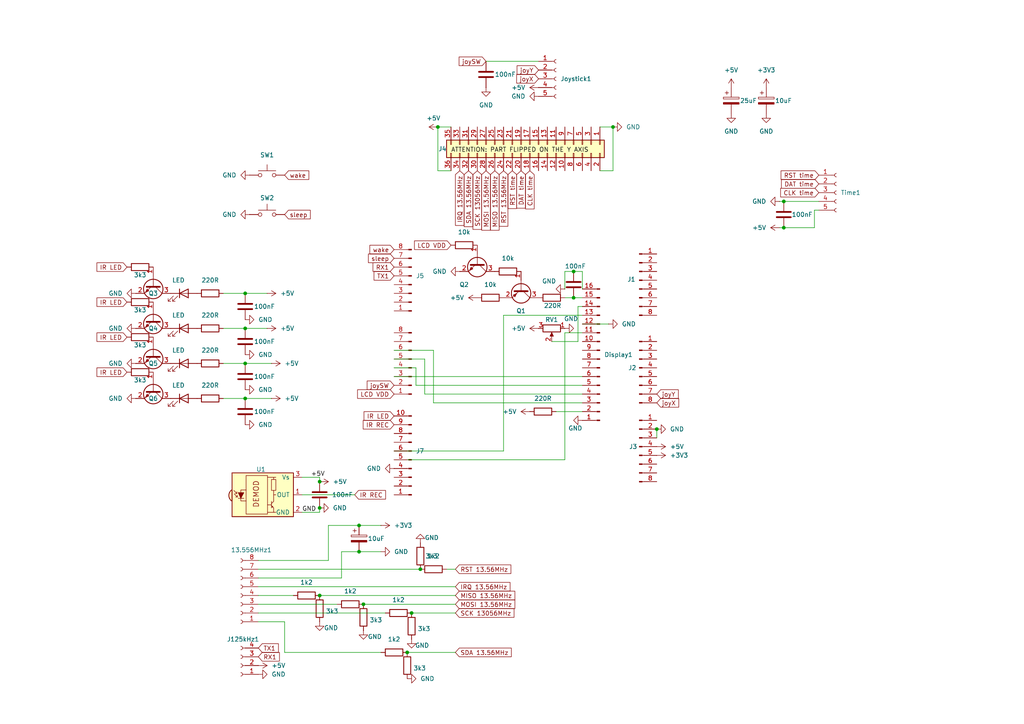
<source format=kicad_sch>
(kicad_sch (version 20250114) (generator "eeschema") (generator_version "9.0")
  (paper "A4")
  (lib_symbols
    (symbol "Connector:Conn_01x04_Socket" (pin_names (offset 1.016) (hide yes))
      (property "Reference" "J" (at 0 5.08 0))
      (property "Value" "Conn_01x04_Socket" (at 0 -7.62 0))
      (symbol "Conn_01x04_Socket_1_1"
        (pin passive line (at -5.08 2.54 0) (length 3.81) (name "Pin_1") (number "1"))
        (pin passive line (at -5.08 0 0) (length 3.81) (name "Pin_2") (number "2"))
        (pin passive line (at -5.08 -2.54 0) (length 3.81) (name "Pin_3") (number "3"))
        (pin passive line (at -5.08 -5.08 0) (length 3.81) (name "Pin_4") (number "4"))
      )
    )
    (symbol "Connector:Conn_01x05_Socket" (pin_names (offset 1.016) (hide yes))
      (property "Reference" "J" (at 0 7.62 0))
      (property "Value" "Conn_01x05_Socket" (at 0 -7.62 0))
      (symbol "Conn_01x05_Socket_1_1"
        (pin passive line (at -5.08 5.08 0) (length 3.81) (name "Pin_1") (number "1"))
        (pin passive line (at -5.08 2.54 0) (length 3.81) (name "Pin_2") (number "2"))
        (pin passive line (at -5.08 0 0) (length 3.81) (name "Pin_3") (number "3"))
        (pin passive line (at -5.08 -2.54 0) (length 3.81) (name "Pin_4") (number "4"))
        (pin passive line (at -5.08 -5.08 0) (length 3.81) (name "Pin_5") (number "5"))
      )
    )
    (symbol "Connector:Conn_01x08_Pin" (pin_names (offset 1.016) (hide yes))
      (property "Reference" "J" (at 0 10.16 0))
      (property "Value" "Conn_01x08_Pin" (at 0 -12.7 0))
      (symbol "Conn_01x08_Pin_1_1"
        (pin passive line (at 5.08 7.62 180) (length 3.81) (name "Pin_1") (number "1"))
        (pin passive line (at 5.08 5.08 180) (length 3.81) (name "Pin_2") (number "2"))
        (pin passive line (at 5.08 2.54 180) (length 3.81) (name "Pin_3") (number "3"))
        (pin passive line (at 5.08 0 180) (length 3.81) (name "Pin_4") (number "4"))
        (pin passive line (at 5.08 -2.54 180) (length 3.81) (name "Pin_5") (number "5"))
        (pin passive line (at 5.08 -5.08 180) (length 3.81) (name "Pin_6") (number "6"))
        (pin passive line (at 5.08 -7.62 180) (length 3.81) (name "Pin_7") (number "7"))
        (pin passive line (at 5.08 -10.16 180) (length 3.81) (name "Pin_8") (number "8"))
      )
    )
    (symbol "Connector:Conn_01x08_Socket" (pin_names (offset 1.016) (hide yes))
      (property "Reference" "J" (at 0 10.16 0))
      (property "Value" "Conn_01x08_Socket" (at 0 -12.7 0))
      (symbol "Conn_01x08_Socket_1_1"
        (pin passive line (at -5.08 7.62 0) (length 3.81) (name "Pin_1") (number "1"))
        (pin passive line (at -5.08 5.08 0) (length 3.81) (name "Pin_2") (number "2"))
        (pin passive line (at -5.08 2.54 0) (length 3.81) (name "Pin_3") (number "3"))
        (pin passive line (at -5.08 0 0) (length 3.81) (name "Pin_4") (number "4"))
        (pin passive line (at -5.08 -2.54 0) (length 3.81) (name "Pin_5") (number "5"))
        (pin passive line (at -5.08 -5.08 0) (length 3.81) (name "Pin_6") (number "6"))
        (pin passive line (at -5.08 -7.62 0) (length 3.81) (name "Pin_7") (number "7"))
        (pin passive line (at -5.08 -10.16 0) (length 3.81) (name "Pin_8") (number "8"))
      )
    )
    (symbol "Connector:Conn_01x10_Pin" (pin_names (offset 1.016) (hide yes))
      (property "Reference" "J" (at 0 12.7 0))
      (property "Value" "Conn_01x10_Pin" (at 0 -15.24 0))
      (symbol "Conn_01x10_Pin_1_1"
        (pin passive line (at 5.08 10.16 180) (length 3.81) (name "Pin_1") (number "1"))
        (pin passive line (at 5.08 7.62 180) (length 3.81) (name "Pin_2") (number "2"))
        (pin passive line (at 5.08 5.08 180) (length 3.81) (name "Pin_3") (number "3"))
        (pin passive line (at 5.08 2.54 180) (length 3.81) (name "Pin_4") (number "4"))
        (pin passive line (at 5.08 0 180) (length 3.81) (name "Pin_5") (number "5"))
        (pin passive line (at 5.08 -2.54 180) (length 3.81) (name "Pin_6") (number "6"))
        (pin passive line (at 5.08 -5.08 180) (length 3.81) (name "Pin_7") (number "7"))
        (pin passive line (at 5.08 -7.62 180) (length 3.81) (name "Pin_8") (number "8"))
        (pin passive line (at 5.08 -10.16 180) (length 3.81) (name "Pin_9") (number "9"))
        (pin passive line (at 5.08 -12.7 180) (length 3.81) (name "Pin_10") (number "10"))
      )
    )
    (symbol "Connector:Conn_01x16_Pin" (pin_names (offset 1.016) (hide yes))
      (property "Reference" "J" (at 0 20.32 0))
      (property "Value" "Conn_01x16_Pin" (at 0 -22.86 0))
      (symbol "Conn_01x16_Pin_1_1"
        (pin passive line (at 5.08 17.78 180) (length 3.81) (name "Pin_1") (number "1"))
        (pin passive line (at 5.08 15.24 180) (length 3.81) (name "Pin_2") (number "2"))
        (pin passive line (at 5.08 12.7 180) (length 3.81) (name "Pin_3") (number "3"))
        (pin passive line (at 5.08 10.16 180) (length 3.81) (name "Pin_4") (number "4"))
        (pin passive line (at 5.08 7.62 180) (length 3.81) (name "Pin_5") (number "5"))
        (pin passive line (at 5.08 5.08 180) (length 3.81) (name "Pin_6") (number "6"))
        (pin passive line (at 5.08 2.54 180) (length 3.81) (name "Pin_7") (number "7"))
        (pin passive line (at 5.08 0 180) (length 3.81) (name "Pin_8") (number "8"))
        (pin passive line (at 5.08 -2.54 180) (length 3.81) (name "Pin_9") (number "9"))
        (pin passive line (at 5.08 -5.08 180) (length 3.81) (name "Pin_10") (number "10"))
        (pin passive line (at 5.08 -7.62 180) (length 3.81) (name "Pin_11") (number "11"))
        (pin passive line (at 5.08 -10.16 180) (length 3.81) (name "Pin_12") (number "12"))
        (pin passive line (at 5.08 -12.7 180) (length 3.81) (name "Pin_13") (number "13"))
        (pin passive line (at 5.08 -15.24 180) (length 3.81) (name "Pin_14") (number "14"))
        (pin passive line (at 5.08 -17.78 180) (length 3.81) (name "Pin_15") (number "15"))
        (pin passive line (at 5.08 -20.32 180) (length 3.81) (name "Pin_16") (number "16"))
      )
    )
    (symbol "Connector_Generic:Conn_02x18_Odd_Even" (pin_names (offset 1.016) (hide yes))
      (property "Reference" "J" (at 1.27 22.86 0))
      (property "Value" "Conn_02x18_Odd_Even" (at 1.27 -25.4 0))
      (symbol "Conn_02x18_Odd_Even_1_1"
        (pin passive line (at -5.08 20.32 0) (length 3.81) (name "Pin_1") (number "1"))
        (pin passive line (at -5.08 17.78 0) (length 3.81) (name "Pin_3") (number "3"))
        (pin passive line (at -5.08 15.24 0) (length 3.81) (name "Pin_5") (number "5"))
        (pin passive line (at -5.08 12.7 0) (length 3.81) (name "Pin_7") (number "7"))
        (pin passive line (at -5.08 10.16 0) (length 3.81) (name "Pin_9") (number "9"))
        (pin passive line (at -5.08 7.62 0) (length 3.81) (name "Pin_11") (number "11"))
        (pin passive line (at -5.08 5.08 0) (length 3.81) (name "Pin_13") (number "13"))
        (pin passive line (at -5.08 2.54 0) (length 3.81) (name "Pin_15") (number "15"))
        (pin passive line (at -5.08 0 0) (length 3.81) (name "Pin_17") (number "17"))
        (pin passive line (at -5.08 -2.54 0) (length 3.81) (name "Pin_19") (number "19"))
        (pin passive line (at -5.08 -5.08 0) (length 3.81) (name "Pin_21") (number "21"))
        (pin passive line (at -5.08 -7.62 0) (length 3.81) (name "Pin_23") (number "23"))
        (pin passive line (at -5.08 -10.16 0) (length 3.81) (name "Pin_25") (number "25"))
        (pin passive line (at -5.08 -12.7 0) (length 3.81) (name "Pin_27") (number "27"))
        (pin passive line (at -5.08 -15.24 0) (length 3.81) (name "Pin_29") (number "29"))
        (pin passive line (at -5.08 -17.78 0) (length 3.81) (name "Pin_31") (number "31"))
        (pin passive line (at -5.08 -20.32 0) (length 3.81) (name "Pin_33") (number "33"))
        (pin passive line (at -5.08 -22.86 0) (length 3.81) (name "Pin_35") (number "35"))
        (pin passive line (at 7.62 20.32 180) (length 3.81) (name "Pin_2") (number "2"))
        (pin passive line (at 7.62 17.78 180) (length 3.81) (name "Pin_4") (number "4"))
        (pin passive line (at 7.62 15.24 180) (length 3.81) (name "Pin_6") (number "6"))
        (pin passive line (at 7.62 12.7 180) (length 3.81) (name "Pin_8") (number "8"))
        (pin passive line (at 7.62 10.16 180) (length 3.81) (name "Pin_10") (number "10"))
        (pin passive line (at 7.62 7.62 180) (length 3.81) (name "Pin_12") (number "12"))
        (pin passive line (at 7.62 5.08 180) (length 3.81) (name "Pin_14") (number "14"))
        (pin passive line (at 7.62 2.54 180) (length 3.81) (name "Pin_16") (number "16"))
        (pin passive line (at 7.62 0 180) (length 3.81) (name "Pin_18") (number "18"))
        (pin passive line (at 7.62 -2.54 180) (length 3.81) (name "Pin_20") (number "20"))
        (pin passive line (at 7.62 -5.08 180) (length 3.81) (name "Pin_22") (number "22"))
        (pin passive line (at 7.62 -7.62 180) (length 3.81) (name "Pin_24") (number "24"))
        (pin passive line (at 7.62 -10.16 180) (length 3.81) (name "Pin_26") (number "26"))
        (pin passive line (at 7.62 -12.7 180) (length 3.81) (name "Pin_28") (number "28"))
        (pin passive line (at 7.62 -15.24 180) (length 3.81) (name "Pin_30") (number "30"))
        (pin passive line (at 7.62 -17.78 180) (length 3.81) (name "Pin_32") (number "32"))
        (pin passive line (at 7.62 -20.32 180) (length 3.81) (name "Pin_34") (number "34"))
        (pin passive line (at 7.62 -22.86 180) (length 3.81) (name "Pin_36") (number "36"))
      )
    )
    (symbol "Device:C" (pin_numbers (hide yes)) (pin_names (offset 0.254))
      (property "Reference" "C" (at 0.635 2.54 0))
      (property "Value" "C" (at 0.635 -2.54 0))
      (symbol "C_1_1"
        (pin passive line (at 0 3.81 270) (length 2.794) (name "~") (number "1"))
        (pin passive line (at 0 -3.81 90) (length 2.794) (name "~") (number "2"))
      )
    )
    (symbol "Device:C_Polarized" (pin_numbers (hide yes)) (pin_names (offset 0.254))
      (property "Reference" "C" (at 0.635 2.54 0))
      (property "Value" "C_Polarized" (at 0.635 -2.54 0))
      (symbol "C_Polarized_1_1"
        (pin passive line (at 0 3.81 270) (length 2.794) (name "~") (number "1"))
        (pin passive line (at 0 -3.81 90) (length 2.794) (name "~") (number "2"))
      )
    )
    (symbol "Device:LED" (pin_numbers (hide yes)) (pin_names (offset 1.016) (hide yes))
      (property "Reference" "D" (at 0 2.54 0))
      (property "Value" "LED" (at 0 -2.54 0))
      (symbol "LED_1_1"
        (pin passive line (at -3.81 0 0) (length 2.54) (name "K") (number "1"))
        (pin passive line (at 3.81 0 180) (length 2.54) (name "A") (number "2"))
      )
    )
    (symbol "Device:R" (pin_numbers (hide yes)) (pin_names (offset 0))
      (property "Reference" "R" (at 2.032 0 90))
      (property "Value" "R" (at 0 0 90))
      (symbol "R_1_1"
        (pin passive line (at 0 3.81 270) (length 1.27) (name "~") (number "1"))
        (pin passive line (at 0 -3.81 90) (length 1.27) (name "~") (number "2"))
      )
    )
    (symbol "Device:R_Potentiometer" (pin_names (offset 1.016) (hide yes))
      (property "Reference" "RV" (at -4.445 0 90))
      (property "Value" "R_Potentiometer" (at -2.54 0 90))
      (symbol "R_Potentiometer_1_1"
        (pin passive line (at 0 3.81 270) (length 1.27) (name "1") (number "1"))
        (pin passive line (at 0 -3.81 90) (length 1.27) (name "3") (number "3"))
        (pin passive line (at 3.81 0 180) (length 1.27) (name "2") (number "2"))
      )
    )
    (symbol "Interface_Optical:TSDP341xx" (pin_names (offset 1.016))
      (property "Reference" "U" (at -10.16 7.62 0))
      (property "Value" "TSDP341xx" (at -10.16 -7.62 0))
      (symbol "TSDP341xx_0_0"
        (text "DEMOD" (at -3.175 0.254 900) (effects (font (size 1.524 1.524))))
      )
      (symbol "TSDP341xx_1_1"
        (pin power_in line (at 10.16 5.08 180) (length 2.54) (name "Vs") (number "3"))
        (pin output line (at 10.16 0 180) (length 2.54) (name "OUT") (number "1"))
        (pin power_in line (at 10.16 -5.08 180) (length 2.54) (name "GND") (number "2"))
      )
    )
    (symbol "Switch:SW_Push" (pin_numbers (hide yes)) (pin_names (offset 1.016) (hide yes))
      (property "Reference" "SW" (at 1.27 2.54 0))
      (property "Value" "SW_Push" (at 0 -1.524 0))
      (symbol "SW_Push_0_1"
        (pin passive line (at -5.08 0 0) (length 2.54) (name "1") (number "1"))
        (pin passive line (at 5.08 0 180) (length 2.54) (name "2") (number "2"))
      )
    )
    (symbol "Transistor_BJT:SS8050" (pin_names (offset 0) (hide yes))
      (property "Reference" "Q" (at 5.08 1.905 0))
      (property "Value" "SS8050" (at 5.08 0 0))
      (symbol "SS8050_1_1"
        (pin input line (at -5.08 0 0) (length 2.54) (name "B") (number "1"))
        (pin passive line (at 2.54 5.08 270) (length 2.54) (name "C") (number "3"))
        (pin passive line (at 2.54 -5.08 90) (length 2.54) (name "E") (number "2"))
      )
    )
    (symbol "Transistor_BJT:SS8550" (pin_names (offset 0) (hide yes))
      (property "Reference" "Q" (at 5.08 1.905 0))
      (property "Value" "SS8550" (at 5.08 0 0))
      (symbol "SS8550_1_1"
        (pin input line (at -5.08 0 0) (length 2.54) (name "B") (number "1"))
        (pin passive line (at 2.54 5.08 270) (length 2.54) (name "C") (number "3"))
        (pin passive line (at 2.54 -5.08 90) (length 2.54) (name "E") (number "2"))
      )
    )
    (symbol "power:+3V3" (power) (pin_numbers (hide yes)) (pin_names (offset 0) (hide yes))
      (property "Value" "+3V3" (at 0 3.556 0))
      (symbol "+3V3_1_1"
        (pin power_in line (at 0 0 90) (length 0) (name "~") (number "1"))
      )
    )
    (symbol "power:+5V" (power) (pin_numbers (hide yes)) (pin_names (offset 0) (hide yes))
      (property "Value" "+5V" (at 0 3.556 0))
      (symbol "+5V_1_1"
        (pin power_in line (at 0 0 90) (length 0) (name "~") (number "1"))
      )
    )
    (symbol "power:GND" (power) (pin_numbers (hide yes)) (pin_names (offset 0) (hide yes))
      (property "Value" "GND" (at 0 -3.81 0))
      (symbol "GND_1_1"
        (pin power_in line (at 0 0 270) (length 0) (name "~") (number "1"))
      )
    )
  )
  (junction (at 121.92 165.1))
  (junction (at 118.11 189.23))
  (junction (at 127 36.83))
  (junction (at 92.71 172.72))
  (junction (at 71.12 85.09))
  (junction (at 92.71 139.7))
  (junction (at 104.14 152.4))
  (junction (at 71.12 115.57))
  (junction (at 71.12 95.25))
  (junction (at 166.37 86.36))
  (junction (at 71.12 105.41))
  (junction (at 104.14 160.02))
  (junction (at 105.41 175.26))
  (junction (at 177.8 36.83))
  (junction (at 166.37 78.74))
  (junction (at 92.71 147.32))
  (junction (at 119.38 177.8))
  (junction (at 227.33 58.42))
  (junction (at 190.5 124.46))
  (junction (at 227.33 66.04))
  (wire (pts (xy 168.91 91.44) (xy 146.05 91.44)))
  (wire (pts (xy 130.81 49.53) (xy 127 49.53)))
  (wire (pts (xy 127 49.53) (xy 127 36.83)))
  (wire (pts (xy 95.25 152.4) (xy 95.25 162.56)))
  (wire (pts (xy 168.91 116.84) (xy 125.73 116.84)))
  (wire (pts (xy 173.99 49.53) (xy 177.8 49.53)))
  (wire (pts (xy 226.06 66.04) (xy 227.33 66.04)))
  (wire (pts (xy 168.91 111.76) (xy 120.65 111.76)))
  (wire (pts (xy 125.73 116.84) (xy 125.73 101.6)))
  (wire (pts (xy 127 36.83) (xy 130.81 36.83)))
  (wire (pts (xy 71.12 115.57) (xy 64.77 115.57)))
  (wire (pts (xy 227.33 66.04) (xy 236.22 66.04)))
  (wire (pts (xy 95.25 152.4) (xy 104.14 152.4)))
  (wire (pts (xy 161.29 119.38) (xy 168.91 119.38)))
  (wire (pts (xy 97.79 175.26) (xy 74.93 175.26)))
  (wire (pts (xy 163.83 78.74) (xy 166.37 78.74)))
  (wire (pts (xy 87.63 148.59) (xy 92.71 148.59)))
  (wire (pts (xy 132.08 177.8) (xy 119.38 177.8)))
  (wire (pts (xy 168.91 114.3) (xy 123.19 114.3)))
  (wire (pts (xy 236.22 60.96) (xy 237.49 60.96)))
  (wire (pts (xy 177.8 49.53) (xy 177.8 36.83)))
  (wire (pts (xy 99.06 160.02) (xy 99.06 167.64)))
  (wire (pts (xy 71.12 105.41) (xy 64.77 105.41)))
  (wire (pts (xy 163.83 96.52) (xy 163.83 133.35)))
  (wire (pts (xy 95.25 162.56) (xy 74.93 162.56)))
  (wire (pts (xy 99.06 167.64) (xy 74.93 167.64)))
  (wire (pts (xy 78.74 105.41) (xy 71.12 105.41)))
  (wire (pts (xy 173.99 36.83) (xy 177.8 36.83)))
  (wire (pts (xy 132.08 172.72) (xy 92.71 172.72)))
  (wire (pts (xy 146.05 91.44) (xy 146.05 130.81)))
  (wire (pts (xy 92.71 138.43) (xy 92.71 139.7)))
  (wire (pts (xy 92.71 148.59) (xy 92.71 147.32)))
  (wire (pts (xy 132.08 165.1) (xy 129.54 165.1)))
  (wire (pts (xy 71.12 95.25) (xy 64.77 95.25)))
  (wire (pts (xy 104.14 152.4) (xy 110.49 152.4)))
  (wire (pts (xy 236.22 66.04) (xy 236.22 60.96)))
  (wire (pts (xy 121.92 165.1) (xy 74.93 165.1)))
  (wire (pts (xy 87.63 138.43) (xy 92.71 138.43)))
  (wire (pts (xy 190.5 124.46) (xy 190.5 127)))
  (wire (pts (xy 163.83 86.36) (xy 166.37 86.36)))
  (wire (pts (xy 168.91 83.82) (xy 168.91 78.74)))
  (wire (pts (xy 166.37 86.36) (xy 168.91 86.36)))
  (wire (pts (xy 167.64 88.9) (xy 168.91 88.9)))
  (wire (pts (xy 168.91 93.98) (xy 176.53 93.98)))
  (wire (pts (xy 125.73 101.6) (xy 114.3 101.6)))
  (wire (pts (xy 85.09 172.72) (xy 74.93 172.72)))
  (wire (pts (xy 111.76 177.8) (xy 74.93 177.8)))
  (wire (pts (xy 99.06 160.02) (xy 104.14 160.02)))
  (wire (pts (xy 114.3 109.22) (xy 168.91 109.22)))
  (wire (pts (xy 132.08 175.26) (xy 105.41 175.26)))
  (wire (pts (xy 78.74 115.57) (xy 71.12 115.57)))
  (wire (pts (xy 168.91 96.52) (xy 163.83 96.52)))
  (wire (pts (xy 160.02 99.06) (xy 167.64 99.06)))
  (wire (pts (xy 118.11 189.23) (xy 132.08 189.23)))
  (wire (pts (xy 226.06 58.42) (xy 227.33 58.42)))
  (wire (pts (xy 87.63 143.51) (xy 102.87 143.51)))
  (wire (pts (xy 132.08 170.18) (xy 74.93 170.18)))
  (wire (pts (xy 82.55 189.23) (xy 82.55 180.34)))
  (wire (pts (xy 71.12 85.09) (xy 64.77 85.09)))
  (wire (pts (xy 82.55 189.23) (xy 110.49 189.23)))
  (wire (pts (xy 146.05 130.81) (xy 114.3 130.81)))
  (wire (pts (xy 140.97 17.78) (xy 156.21 17.78)))
  (wire (pts (xy 123.19 114.3) (xy 123.19 104.14)))
  (wire (pts (xy 163.83 133.35) (xy 114.3 133.35)))
  (wire (pts (xy 123.19 104.14) (xy 114.3 104.14)))
  (wire (pts (xy 104.14 160.02) (xy 110.49 160.02)))
  (wire (pts (xy 77.47 95.25) (xy 71.12 95.25)))
  (wire (pts (xy 120.65 106.68) (xy 114.3 106.68)))
  (wire (pts (xy 120.65 111.76) (xy 120.65 106.68)))
  (wire (pts (xy 82.55 180.34) (xy 74.93 180.34)))
  (wire (pts (xy 227.33 58.42) (xy 237.49 58.42)))
  (wire (pts (xy 167.64 99.06) (xy 167.64 88.9)))
  (wire (pts (xy 163.83 83.82) (xy 163.83 78.74)))
  (wire (pts (xy 77.47 85.09) (xy 71.12 85.09)))
  (wire (pts (xy 168.91 78.74) (xy 166.37 78.74)))
  (label "GND" (at 87.63 148.59 0))
  (label "ATTENTION: PART FLIPPED ON THE Y AXIS" (at 130.81 44.45 0))
  (label "+5V" (at 90.17 138.43 0))
  (global_label "TX1" (shape input) (at 114.3 80.01 180) (property "Intersheetrefs" "${INTERSHEET_REFS}" (effects (hide yes))))
  (global_label "SCK 13056MHz" (shape input) (at 132.08 177.8 0) (property "Intersheetrefs" "${INTERSHEET_REFS}" (effects (hide yes))))
  (global_label "wake" (shape input) (at 114.3 72.39 180) (property "Intersheetrefs" "${INTERSHEET_REFS}" (effects (hide yes))))
  (global_label "joyY" (shape input) (at 190.5 114.3 0) (property "Intersheetrefs" "${INTERSHEET_REFS}" (effects (hide yes))))
  (global_label "wake" (shape input) (at 82.55 50.8 0) (property "Intersheetrefs" "${INTERSHEET_REFS}" (effects (hide yes))))
  (global_label "TX1" (shape input) (at 74.93 187.96 0) (property "Intersheetrefs" "${INTERSHEET_REFS}" (effects (hide yes))))
  (global_label "IR LED" (shape input) (at 36.83 107.95 180) (property "Intersheetrefs" "${INTERSHEET_REFS}" (effects (hide yes))))
  (global_label "MOSI 13.56MHz" (shape input) (at 132.08 175.26 0) (property "Intersheetrefs" "${INTERSHEET_REFS}" (effects (hide yes))))
  (global_label "RST time" (shape input) (at 237.49 50.8 180) (property "Intersheetrefs" "${INTERSHEET_REFS}" (effects (hide yes))))
  (global_label "SDA 13.56MHz" (shape input) (at 135.89 49.53 270) (property "Intersheetrefs" "${INTERSHEET_REFS}" (effects (hide yes))))
  (global_label "SDA 13.56MHz" (shape input) (at 132.08 189.23 0) (property "Intersheetrefs" "${INTERSHEET_REFS}" (effects (hide yes))))
  (global_label "sleep" (shape input) (at 114.3 74.93 180) (property "Intersheetrefs" "${INTERSHEET_REFS}" (effects (hide yes))))
  (global_label "IR LED" (shape input) (at 36.83 77.47 180) (property "Intersheetrefs" "${INTERSHEET_REFS}" (effects (hide yes))))
  (global_label "LCD VDD" (shape input) (at 114.3 114.3 180) (property "Intersheetrefs" "${INTERSHEET_REFS}" (effects (hide yes))))
  (global_label "RX1" (shape input) (at 114.3 77.47 180) (property "Intersheetrefs" "${INTERSHEET_REFS}" (effects (hide yes))))
  (global_label "joyY" (shape input) (at 156.21 20.32 180) (property "Intersheetrefs" "${INTERSHEET_REFS}" (effects (hide yes))))
  (global_label "IR LED" (shape input) (at 114.3 120.65 180) (property "Intersheetrefs" "${INTERSHEET_REFS}" (effects (hide yes))))
  (global_label "MOSI 13.56MHz" (shape input) (at 140.97 49.53 270) (property "Intersheetrefs" "${INTERSHEET_REFS}" (effects (hide yes))))
  (global_label "SCK 13056MHz" (shape input) (at 138.43 49.53 270) (property "Intersheetrefs" "${INTERSHEET_REFS}" (effects (hide yes))))
  (global_label "LCD VDD" (shape input) (at 130.81 71.12 180) (property "Intersheetrefs" "${INTERSHEET_REFS}" (effects (hide yes))))
  (global_label "sleep" (shape input) (at 82.55 62.23 0) (property "Intersheetrefs" "${INTERSHEET_REFS}" (effects (hide yes))))
  (global_label "DAT time" (shape input) (at 237.49 53.34 180) (property "Intersheetrefs" "${INTERSHEET_REFS}" (effects (hide yes))))
  (global_label "joySW" (shape input) (at 114.3 111.76 180) (property "Intersheetrefs" "${INTERSHEET_REFS}" (effects (hide yes))))
  (global_label "RST 13.56MHz" (shape input) (at 132.08 165.1 0) (property "Intersheetrefs" "${INTERSHEET_REFS}" (effects (hide yes))))
  (global_label "IR LED" (shape input) (at 36.83 97.79 180) (property "Intersheetrefs" "${INTERSHEET_REFS}" (effects (hide yes))))
  (global_label "DAT time" (shape input) (at 151.13 49.53 270) (property "Intersheetrefs" "${INTERSHEET_REFS}" (effects (hide yes))))
  (global_label "RX1" (shape input) (at 74.93 190.5 0) (property "Intersheetrefs" "${INTERSHEET_REFS}" (effects (hide yes))))
  (global_label "IR REC" (shape input) (at 114.3 123.19 180) (property "Intersheetrefs" "${INTERSHEET_REFS}" (effects (hide yes))))
  (global_label "CLK time" (shape input) (at 153.67 49.53 270) (property "Intersheetrefs" "${INTERSHEET_REFS}" (effects (hide yes))))
  (global_label "IR REC" (shape input) (at 102.87 143.51 0) (property "Intersheetrefs" "${INTERSHEET_REFS}" (effects (hide yes))))
  (global_label "MISO 13.56MHz" (shape input) (at 132.08 172.72 0) (property "Intersheetrefs" "${INTERSHEET_REFS}" (effects (hide yes))))
  (global_label "CLK time" (shape input) (at 237.49 55.88 180) (property "Intersheetrefs" "${INTERSHEET_REFS}" (effects (hide yes))))
  (global_label "RST time" (shape input) (at 148.59 49.53 270) (property "Intersheetrefs" "${INTERSHEET_REFS}" (effects (hide yes))))
  (global_label "joySW" (shape input) (at 140.97 17.78 180) (property "Intersheetrefs" "${INTERSHEET_REFS}" (effects (hide yes))))
  (global_label "IRQ 13.56MHz" (shape input) (at 133.35 49.53 270) (property "Intersheetrefs" "${INTERSHEET_REFS}" (effects (hide yes))))
  (global_label "joyX" (shape input) (at 156.21 22.86 180) (property "Intersheetrefs" "${INTERSHEET_REFS}" (effects (hide yes))))
  (global_label "IRQ 13.56MHz" (shape input) (at 132.08 170.18 0) (property "Intersheetrefs" "${INTERSHEET_REFS}" (effects (hide yes))))
  (global_label "RST 13.56MHz" (shape input) (at 146.05 49.53 270) (property "Intersheetrefs" "${INTERSHEET_REFS}" (effects (hide yes))))
  (global_label "MISO 13.56MHz" (shape input) (at 143.51 49.53 270) (property "Intersheetrefs" "${INTERSHEET_REFS}" (effects (hide yes))))
  (global_label "IR LED" (shape input) (at 36.83 87.63 180) (property "Intersheetrefs" "${INTERSHEET_REFS}" (effects (hide yes))))
  (global_label "joyX" (shape input) (at 190.5 116.84 0) (property "Intersheetrefs" "${INTERSHEET_REFS}" (effects (hide yes))))
  (symbol (lib_id "power:+5V") (at 212.09 25.4 0) (unit 1)
    (property "Reference" "#PWR033" (effects (hide yes)))
    (property "Value" "+5V" (at 212.09 20.32 0))
    (property "Description" "Power symbol creates a global label with name \"+5V\"" (effects (hide yes)))
  )
  (symbol (lib_id "Device:C") (at 71.12 109.22 0) (unit 1)
    (property "Reference" "C9" (effects (hide yes)))
    (property "Value" "100nF" (at 73.66 109.22 0) (effects (justify left)))
    (property "Footprint" "Capacitor_SMD:C_0805_2012Metric" (effects (hide yes)))
    (property "Description" "Unpolarized capacitor" (effects (hide yes)))
  )
  (symbol (lib_id "Device:R") (at 147.32 78.74 90) (unit 1)
    (property "Reference" "R2" (effects (hide yes)))
    (property "Value" "10k" (at 147.32 74.93 90))
    (property "Footprint" "Resistor_SMD:R_0805_2012Metric" (effects (hide yes)))
    (property "Description" "Resistor" (effects (hide yes)))
  )
  (symbol (lib_id "Device:C") (at 140.97 21.59 0) (unit 1)
    (property "Reference" "C5" (effects (hide yes)))
    (property "Value" "100nF" (at 143.51 21.59 0) (effects (justify left)))
    (property "Footprint" "Capacitor_SMD:C_0805_2012Metric" (effects (hide yes)))
    (property "Description" "Unpolarized capacitor" (effects (hide yes)))
  )
  (symbol (lib_id "power:GND") (at 71.12 92.71 90) (unit 1)
    (property "Reference" "#PWR038" (effects (hide yes)))
    (property "Value" "GND" (at 74.93 92.7099 90) (effects (justify right)))
    (property "Description" "Power symbol creates a global label with name \"GND\" , ground" (effects (hide yes)))
  )
  (symbol (lib_id "power:GND") (at 212.09 33.02 0) (unit 1)
    (property "Reference" "#PWR034" (effects (hide yes)))
    (property "Value" "GND" (at 212.09 38.1 0))
    (property "Description" "Power symbol creates a global label with name \"GND\" , ground" (effects (hide yes)))
  )
  (symbol (lib_id "power:GND") (at 226.06 58.42 270) (unit 1)
    (property "Reference" "#PWR043" (effects (hide yes)))
    (property "Value" "GND" (at 222.25 58.4199 90) (effects (justify right)))
    (property "Description" "Power symbol creates a global label with name \"GND\" , ground" (effects (hide yes)))
  )
  (symbol (lib_id "Interface_Optical:TSDP341xx") (at 77.47 143.51 0) (unit 1)
    (property "Reference" "U1" (at 75.692 136.144 0))
    (property "Value" "TSDP341xx" (effects (hide yes)))
    (property "Footprint" "OptoDevice:Vishay_MOLD-3Pin" (effects (hide yes)))
    (property "Datasheet" "http://www.vishay.com/docs/82667/tsdp341.pdf" (effects (hide yes)))
    (property "Description" "IR Receiver Modules for Data Transmission" (effects (hide yes)))
  )
  (symbol (lib_id "Connector:Conn_01x04_Socket") (at 69.85 193.04 180) (unit 1)
    (property "Reference" "J125kHz1" (at 70.485 185.42 0))
    (property "Value" "Conn_01x04_Socket" (effects (hide yes)))
    (property "Footprint" "Connector_PinSocket_2.54mm:PinSocket_1x04_P2.54mm_Vertical" (effects (hide yes)))
    (property "Description" "Generic connector, single row, 01x04, script generated" (effects (hide yes)))
  )
  (symbol (lib_id "Transistor_BJT:SS8050") (at 44.45 113.03 270) (unit 1)
    (property "Reference" "Q6" (at 44.45 115.57 90))
    (property "Value" "SS8050" (effects (hide yes)))
    (property "Footprint" "Package_TO_SOT_SMD:SOT-23" (effects (hide yes)))
    (property "Datasheet" "http://www.secosgmbh.com/datasheet/products/SSMPTransistor/SOT-23/SS8050.pdf" (effects (hide yes)))
    (property "Description" "General Purpose NPN Transistor, 1.5A Ic, 25V Vce, SOT-23" (effects (hide yes)))
  )
  (symbol (lib_id "power:+5V") (at 78.74 115.57 270) (unit 1)
    (property "Reference" "#PWR031" (effects (hide yes)))
    (property "Value" "+5V" (at 82.55 115.5699 90) (effects (justify left)))
    (property "Description" "Power symbol creates a global label with name \"+5V\"" (effects (hide yes)))
  )
  (symbol (lib_id "Device:R") (at 121.92 161.29 0) (unit 1)
    (property "Reference" "R23" (effects (hide yes)))
    (property "Value" "3k3" (at 127 161.29 0) (effects (justify right)))
    (property "Footprint" "Resistor_SMD:R_0805_2012Metric" (effects (hide yes)))
    (property "Description" "Resistor" (effects (hide yes)))
  )
  (symbol (lib_id "power:GND") (at 39.37 85.09 270) (unit 1)
    (property "Reference" "#PWR019" (effects (hide yes)))
    (property "Value" "GND" (at 35.56 85.0899 90) (effects (justify right)))
    (property "Description" "Power symbol creates a global label with name \"GND\" , ground" (effects (hide yes)))
  )
  (symbol (lib_id "power:GND") (at 168.91 121.92 270) (unit 1)
    (property "Reference" "#PWR013" (effects (hide yes)))
    (property "Value" "GND" (at 168.91 124.206 90) (effects (justify right)))
    (property "Description" "Power symbol creates a global label with name \"GND\" , ground" (effects (hide yes)))
  )
  (symbol (lib_id "Device:R") (at 40.64 107.95 90) (unit 1)
    (property "Reference" "R13" (effects (hide yes)))
    (property "Value" "3k3" (at 40.64 110.236 90))
    (property "Footprint" "Resistor_SMD:R_0805_2012Metric" (effects (hide yes)))
    (property "Description" "Resistor" (effects (hide yes)))
  )
  (symbol (lib_id "Device:LED") (at 53.34 95.25 0) (unit 1)
    (property "Reference" "D2" (effects (hide yes)))
    (property "Value" "LED" (at 51.7525 91.44 0))
    (property "Footprint" "LED_SMD:LED_1206_3216Metric" (effects (hide yes)))
    (property "Description" "Light emitting diode" (effects (hide yes)))
    (property "Sim.Pins" "1=K 2=A" (effects (hide yes)))
  )
  (symbol (lib_id "power:GND") (at 177.8 36.83 90) (unit 1)
    (property "Reference" "#PWR02" (effects (hide yes)))
    (property "Value" "GND" (at 181.61 36.8299 90) (effects (justify right)))
    (property "Description" "Power symbol creates a global label with name \"GND\" , ground" (effects (hide yes)))
  )
  (symbol (lib_id "Device:C") (at 71.12 88.9 0) (unit 1)
    (property "Reference" "C7" (effects (hide yes)))
    (property "Value" "100nF" (at 73.66 88.9 0) (effects (justify left)))
    (property "Footprint" "Capacitor_SMD:C_0805_2012Metric" (effects (hide yes)))
    (property "Description" "Unpolarized capacitor" (effects (hide yes)))
  )
  (symbol (lib_id "power:GND") (at 176.53 93.98 90) (unit 1)
    (property "Reference" "#PWR012" (effects (hide yes)))
    (property "Value" "GND" (at 180.34 93.9799 90) (effects (justify right)))
    (property "Description" "Power symbol creates a global label with name \"GND\" , ground" (effects (hide yes)))
  )
  (symbol (lib_id "power:GND") (at 110.49 160.02 90) (unit 1)
    (property "Reference" "#PWR026" (effects (hide yes)))
    (property "Value" "GND" (at 114.3 160.0199 90) (effects (justify right)))
    (property "Description" "Power symbol creates a global label with name \"GND\" , ground" (effects (hide yes)))
  )
  (symbol (lib_id "Device:C") (at 71.12 99.06 0) (unit 1)
    (property "Reference" "C8" (effects (hide yes)))
    (property "Value" "100nF" (at 73.66 99.06 0) (effects (justify left)))
    (property "Footprint" "Capacitor_SMD:C_0805_2012Metric" (effects (hide yes)))
    (property "Description" "Unpolarized capacitor" (effects (hide yes)))
  )
  (symbol (lib_id "power:+5V") (at 190.5 129.54 270) (unit 1)
    (property "Reference" "#PWR03" (effects (hide yes)))
    (property "Value" "+5V" (at 194.31 129.5399 90) (effects (justify left)))
    (property "Description" "Power symbol creates a global label with name \"+5V\"" (effects (hide yes)))
  )
  (symbol (lib_id "Device:C") (at 166.37 82.55 0) (unit 1)
    (property "Reference" "C1" (effects (hide yes)))
    (property "Value" "100nF" (at 163.83 77.216 0) (effects (justify left)))
    (property "Footprint" "Capacitor_SMD:C_0805_2012Metric" (effects (hide yes)))
    (property "Description" "Unpolarized capacitor" (effects (hide yes)))
  )
  (symbol (lib_id "power:GND") (at 114.3 135.89 270) (unit 1)
    (property "Reference" "#PWR06" (effects (hide yes)))
    (property "Value" "GND" (at 110.49 135.8899 90) (effects (justify right)))
    (property "Description" "Power symbol creates a global label with name \"GND\" , ground" (effects (hide yes)))
  )
  (symbol (lib_id "power:GND") (at 119.38 185.42 0) (unit 1)
    (property "Reference" "#PWR047" (effects (hide yes)))
    (property "Value" "GND" (at 122.428 187.198 0))
    (property "Description" "Power symbol creates a global label with name \"GND\" , ground" (effects (hide yes)))
  )
  (symbol (lib_id "power:GND") (at 71.12 113.03 90) (unit 1)
    (property "Reference" "#PWR040" (effects (hide yes)))
    (property "Value" "GND" (at 74.93 113.0299 90) (effects (justify right)))
    (property "Description" "Power symbol creates a global label with name \"GND\" , ground" (effects (hide yes)))
  )
  (symbol (lib_id "Connector_Generic:Conn_02x18_Odd_Even") (at 153.67 41.91 270) (unit 1)
    (property "Reference" "J4" (at 129.54 43.18 90) (effects (justify right)))
    (property "Value" "Conn_02x18_Odd_Even" (effects (hide yes)))
    (property "Footprint" "Connector_PinHeader_2.54mm:PinHeader_2x18_P2.54mm_Vertical" (effects (hide yes)))
    (property "Description" "Generic connector, double row, 02x18, odd/even pin numbering scheme (row 1 odd numbers, row 2 even numbers), script generated (kicad-library-utils/schlib/autogen/connector/)" (effects (hide yes)))
  )
  (symbol (lib_id "Device:LED") (at 53.34 85.09 0) (unit 1)
    (property "Reference" "D1" (effects (hide yes)))
    (property "Value" "LED" (at 51.7525 81.28 0))
    (property "Footprint" "LED_SMD:LED_1206_3216Metric" (effects (hide yes)))
    (property "Description" "Light emitting diode" (effects (hide yes)))
    (property "Sim.Pins" "1=K 2=A" (effects (hide yes)))
  )
  (symbol (lib_id "power:GND") (at 74.93 195.58 90) (unit 1)
    (property "Reference" "#PWR028" (effects (hide yes)))
    (property "Value" "GND" (at 78.74 195.5801 90) (effects (justify right)))
    (property "Description" "Power symbol creates a global label with name \"GND\" , ground" (effects (hide yes)))
  )
  (symbol (lib_id "Device:R") (at 40.64 97.79 90) (unit 1)
    (property "Reference" "R12" (effects (hide yes)))
    (property "Value" "3k3" (at 40.64 100.076 90))
    (property "Footprint" "Resistor_SMD:R_0805_2012Metric" (effects (hide yes)))
    (property "Description" "Resistor" (effects (hide yes)))
  )
  (symbol (lib_id "Connector:Conn_01x05_Socket") (at 242.57 55.88 0) (unit 1)
    (property "Reference" "Time1" (at 243.84 55.8799 0) (effects (justify left)))
    (property "Value" "Conn_01x05_Socket" (effects (hide yes)))
    (property "Footprint" "Connector_PinSocket_2.54mm:PinSocket_1x05_P2.54mm_Vertical" (effects (hide yes)))
    (property "Description" "Generic connector, single row, 01x05, script generated" (effects (hide yes)))
  )
  (symbol (lib_id "Device:LED") (at 53.34 105.41 0) (unit 1)
    (property "Reference" "D3" (effects (hide yes)))
    (property "Value" "LED" (at 51.7525 101.6 0))
    (property "Footprint" "LED_SMD:LED_1206_3216Metric" (effects (hide yes)))
    (property "Description" "Light emitting diode" (effects (hide yes)))
    (property "Sim.Pins" "1=K 2=A" (effects (hide yes)))
  )
  (symbol (lib_id "Device:C") (at 71.12 119.38 0) (unit 1)
    (property "Reference" "C10" (effects (hide yes)))
    (property "Value" "100nF" (at 73.66 119.38 0) (effects (justify left)))
    (property "Footprint" "Capacitor_SMD:C_0805_2012Metric" (effects (hide yes)))
    (property "Description" "Unpolarized capacitor" (effects (hide yes)))
  )
  (symbol (lib_id "power:+5V") (at 77.47 95.25 270) (unit 1)
    (property "Reference" "#PWR029" (effects (hide yes)))
    (property "Value" "+5V" (at 81.28 95.2499 90) (effects (justify left)))
    (property "Description" "Power symbol creates a global label with name \"+5V\"" (effects (hide yes)))
  )
  (symbol (lib_id "Device:R") (at 60.96 115.57 270) (unit 1)
    (property "Reference" "R9" (effects (hide yes)))
    (property "Value" "220R" (at 60.96 111.76 90))
    (property "Footprint" "Resistor_SMD:R_1206_3216Metric" (effects (hide yes)))
    (property "Description" "Resistor" (effects (hide yes)))
  )
  (symbol (lib_id "power:+5V") (at 156.21 95.25 90) (unit 1)
    (property "Reference" "#PWR011" (effects (hide yes)))
    (property "Value" "+5V" (at 152.4 95.2499 90) (effects (justify left)))
    (property "Description" "Power symbol creates a global label with name \"+5V\"" (effects (hide yes)))
  )
  (symbol (lib_id "power:GND") (at 39.37 115.57 270) (unit 1)
    (property "Reference" "#PWR022" (effects (hide yes)))
    (property "Value" "GND" (at 35.56 115.5699 90) (effects (justify right)))
    (property "Description" "Power symbol creates a global label with name \"GND\" , ground" (effects (hide yes)))
  )
  (symbol (lib_id "Device:R_Potentiometer") (at 160.02 95.25 270) (unit 1)
    (property "Reference" "RV1" (at 160.02 92.71 90))
    (property "Value" "R_Potentiometer" (effects (hide yes)))
    (property "Footprint" "Potentiometer_SMD:Potentiometer_Bourns_3314G_Vertical" (effects (hide yes)))
    (property "Description" "Potentiometer" (effects (hide yes)))
  )
  (symbol (lib_id "power:GND") (at 105.41 182.88 0) (unit 1)
    (property "Reference" "#PWR046" (effects (hide yes)))
    (property "Value" "GND" (at 108.712 184.658 0))
    (property "Description" "Power symbol creates a global label with name \"GND\" , ground" (effects (hide yes)))
  )
  (symbol (lib_id "power:GND") (at 72.39 62.23 270) (unit 1)
    (property "Reference" "#PWR018" (effects (hide yes)))
    (property "Value" "GND" (at 68.58 62.2299 90) (effects (justify right)))
    (property "Description" "Power symbol creates a global label with name \"GND\" , ground" (effects (hide yes)))
  )
  (symbol (lib_id "Transistor_BJT:SS8050") (at 138.43 76.2 270) (unit 1)
    (property "Reference" "Q2" (at 134.62 82.55 90))
    (property "Value" "SS8050" (effects (hide yes)))
    (property "Footprint" "Package_TO_SOT_SMD:SOT-23" (effects (hide yes)))
    (property "Datasheet" "http://www.secosgmbh.com/datasheet/products/SSMPTransistor/SOT-23/SS8050.pdf" (effects (hide yes)))
    (property "Description" "General Purpose NPN Transistor, 1.5A Ic, 25V Vce, SOT-23" (effects (hide yes)))
  )
  (symbol (lib_id "power:GND") (at 92.71 147.32 90) (unit 1)
    (property "Reference" "#PWR024" (effects (hide yes)))
    (property "Value" "GND" (at 96.52 147.3199 90) (effects (justify right)))
    (property "Description" "Power symbol creates a global label with name \"GND\" , ground" (effects (hide yes)))
  )
  (symbol (lib_id "Connector:Conn_01x10_Pin") (at 119.38 133.35 180) (unit 1)
    (property "Reference" "J7" (at 120.65 130.8099 0) (effects (justify right)))
    (property "Value" "Conn_01x10_Pin" (effects (hide yes)))
    (property "Footprint" "Connector_PinHeader_2.54mm:PinHeader_1x10_P2.54mm_Vertical" (effects (hide yes)))
    (property "Description" "Generic connector, single row, 01x10, script generated" (effects (hide yes)))
  )
  (symbol (lib_id "power:GND") (at 118.11 196.85 90) (unit 1)
    (property "Reference" "#PWR048" (effects (hide yes)))
    (property "Value" "GND" (at 121.92 196.8499 90) (effects (justify right)))
    (property "Description" "Power symbol creates a global label with name \"GND\" , ground" (effects (hide yes)))
  )
  (symbol (lib_id "power:+3V3") (at 190.5 132.08 270) (unit 1)
    (property "Reference" "#PWR05" (effects (hide yes)))
    (property "Value" "+3V3" (at 194.31 132.0799 90) (effects (justify left)))
    (property "Description" "Power symbol creates a global label with name \"+3V3\"" (effects (hide yes)))
  )
  (symbol (lib_id "power:GND") (at 72.39 50.8 270) (unit 1)
    (property "Reference" "#PWR017" (effects (hide yes)))
    (property "Value" "GND" (at 68.58 50.7999 90) (effects (justify right)))
    (property "Description" "Power symbol creates a global label with name \"GND\" , ground" (effects (hide yes)))
  )
  (symbol (lib_id "Device:R") (at 40.64 77.47 90) (unit 1)
    (property "Reference" "R10" (effects (hide yes)))
    (property "Value" "3k3" (at 40.64 79.756 90))
    (property "Footprint" "Resistor_SMD:R_0805_2012Metric" (effects (hide yes)))
    (property "Description" "Resistor" (effects (hide yes)))
  )
  (symbol (lib_id "power:+5V") (at 138.43 86.36 90) (unit 1)
    (property "Reference" "#PWR08" (effects (hide yes)))
    (property "Value" "+5V" (at 134.62 86.3599 90) (effects (justify left)))
    (property "Description" "Power symbol creates a global label with name \"+5V\"" (effects (hide yes)))
  )
  (symbol (lib_id "Device:R") (at 142.24 86.36 90) (unit 1)
    (property "Reference" "R5" (effects (hide yes)))
    (property "Value" "10k" (at 142.24 82.55 90))
    (property "Footprint" "Resistor_SMD:R_0805_2012Metric" (effects (hide yes)))
    (property "Description" "Resistor" (effects (hide yes)))
  )
  (symbol (lib_id "Device:R") (at 119.38 181.61 180) (unit 1)
    (property "Reference" "R17" (effects (hide yes)))
    (property "Value" "3k3" (at 121.158 182.372 0) (effects (justify right)))
    (property "Footprint" "Resistor_SMD:R_0805_2012Metric" (effects (hide yes)))
    (property "Description" "Resistor" (effects (hide yes)))
  )
  (symbol (lib_id "power:+5V") (at 77.47 85.09 270) (unit 1)
    (property "Reference" "#PWR027" (effects (hide yes)))
    (property "Value" "+5V" (at 81.28 85.0899 90) (effects (justify left)))
    (property "Description" "Power symbol creates a global label with name \"+5V\"" (effects (hide yes)))
  )
  (symbol (lib_id "power:+5V") (at 92.71 139.7 270) (unit 1)
    (property "Reference" "#PWR023" (effects (hide yes)))
    (property "Value" "+5V" (at 96.52 139.6999 90) (effects (justify left)))
    (property "Description" "Power symbol creates a global label with name \"+5V\"" (effects (hide yes)))
  )
  (symbol (lib_id "Switch:SW_Push") (at 77.47 62.23 0) (unit 1)
    (property "Reference" "SW2" (at 77.47 57.404 0))
    (property "Value" "SW_Push" (effects (hide yes)))
    (property "Footprint" "Button_Switch_THT:SW_PUSH-12mm_Wuerth-430476085716" (effects (hide yes)))
    (property "Description" "Push button switch, generic, two pins" (effects (hide yes)))
  )
  (symbol (lib_id "power:GND") (at 92.71 180.34 0) (unit 1)
    (property "Reference" "#PWR045" (effects (hide yes)))
    (property "Value" "GND" (at 96.012 182.118 0))
    (property "Description" "Power symbol creates a global label with name \"GND\" , ground" (effects (hide yes)))
  )
  (symbol (lib_id "power:GND") (at 163.83 83.82 270) (unit 1)
    (property "Reference" "#PWR07" (effects (hide yes)))
    (property "Value" "GND" (at 161.29 81.534 90) (effects (justify right)))
    (property "Description" "Power symbol creates a global label with name \"GND\" , ground" (effects (hide yes)))
  )
  (symbol (lib_id "Device:C_Polarized") (at 222.25 29.21 0) (unit 1)
    (property "Reference" "C4" (effects (hide yes)))
    (property "Value" "10uF" (at 224.79 29.21 0) (effects (justify left)))
    (property "Footprint" "Capacitor_SMD:C_1206_3216Metric" (effects (hide yes)))
    (property "Description" "Polarized capacitor" (effects (hide yes)))
  )
  (symbol (lib_id "Device:C_Polarized") (at 212.09 29.21 0) (unit 1)
    (property "Reference" "C3" (effects (hide yes)))
    (property "Value" "25uF" (at 214.63 29.21 0) (effects (justify left)))
    (property "Footprint" "Capacitor_SMD:C_1206_3216Metric" (effects (hide yes)))
    (property "Description" "Polarized capacitor" (effects (hide yes)))
  )
  (symbol (lib_id "Transistor_BJT:SS8050") (at 44.45 102.87 270) (unit 1)
    (property "Reference" "Q5" (at 44.45 105.41 90))
    (property "Value" "SS8050" (effects (hide yes)))
    (property "Footprint" "Package_TO_SOT_SMD:SOT-23" (effects (hide yes)))
    (property "Datasheet" "http://www.secosgmbh.com/datasheet/products/SSMPTransistor/SOT-23/SS8050.pdf" (effects (hide yes)))
    (property "Description" "General Purpose NPN Transistor, 1.5A Ic, 25V Vce, SOT-23" (effects (hide yes)))
  )
  (symbol (lib_id "Device:R") (at 88.9 172.72 90) (unit 1)
    (property "Reference" "R20" (effects (hide yes)))
    (property "Value" "1k2" (at 88.9 168.91 90))
    (property "Footprint" "Resistor_SMD:R_0805_2012Metric" (effects (hide yes)))
    (property "Description" "Resistor" (effects (hide yes)))
  )
  (symbol (lib_id "power:GND") (at 156.21 27.94 270) (unit 1)
    (property "Reference" "#PWR016" (effects (hide yes)))
    (property "Value" "GND" (at 152.4 27.9399 90) (effects (justify right)))
    (property "Description" "Power symbol creates a global label with name \"GND\" , ground" (effects (hide yes)))
  )
  (symbol (lib_id "Device:R") (at 115.57 177.8 90) (unit 1)
    (property "Reference" "R16" (effects (hide yes)))
    (property "Value" "1k2" (at 115.57 173.99 90))
    (property "Footprint" "Resistor_SMD:R_0805_2012Metric" (effects (hide yes)))
    (property "Description" "Resistor" (effects (hide yes)))
  )
  (symbol (lib_id "Device:R") (at 160.02 86.36 90) (unit 1)
    (property "Reference" "R1" (effects (hide yes)))
    (property "Value" "220R" (at 160.274 88.646 90))
    (property "Footprint" "Resistor_SMD:R_0805_2012Metric" (effects (hide yes)))
    (property "Description" "Resistor" (effects (hide yes)))
  )
  (symbol (lib_id "Connector:Conn_01x08_Pin") (at 185.42 106.68 0) (unit 1)
    (property "Reference" "J2" (at 183.388 106.68 0))
    (property "Value" "Conn_01x08_Pin" (effects (hide yes)))
    (property "Footprint" "Connector_PinHeader_2.54mm:PinHeader_1x08_P2.54mm_Vertical" (effects (hide yes)))
    (property "Description" "Generic connector, single row, 01x08, script generated" (effects (hide yes)))
  )
  (symbol (lib_id "Transistor_BJT:SS8050") (at 44.45 82.55 270) (unit 1)
    (property "Reference" "Q3" (at 44.45 85.09 90))
    (property "Value" "SS8050" (effects (hide yes)))
    (property "Footprint" "Package_TO_SOT_SMD:SOT-23" (effects (hide yes)))
    (property "Datasheet" "http://www.secosgmbh.com/datasheet/products/SSMPTransistor/SOT-23/SS8050.pdf" (effects (hide yes)))
    (property "Description" "General Purpose NPN Transistor, 1.5A Ic, 25V Vce, SOT-23" (effects (hide yes)))
  )
  (symbol (lib_id "power:GND") (at 222.25 33.02 0) (unit 1)
    (property "Reference" "#PWR036" (effects (hide yes)))
    (property "Value" "GND" (at 222.25 38.1 0))
    (property "Description" "Power symbol creates a global label with name \"GND\" , ground" (effects (hide yes)))
  )
  (symbol (lib_id "power:GND") (at 163.83 95.25 90) (unit 1)
    (property "Reference" "#PWR010" (effects (hide yes)))
    (property "Value" "GND" (at 163.576 92.456 90) (effects (justify right)))
    (property "Description" "Power symbol creates a global label with name \"GND\" , ground" (effects (hide yes)))
  )
  (symbol (lib_id "Device:R") (at 134.62 71.12 90) (unit 1)
    (property "Reference" "R3" (effects (hide yes)))
    (property "Value" "10k" (at 134.62 67.31 90))
    (property "Footprint" "Resistor_SMD:R_0805_2012Metric" (effects (hide yes)))
    (property "Description" "Resistor" (effects (hide yes)))
  )
  (symbol (lib_id "Device:R") (at 118.11 193.04 180) (unit 1)
    (property "Reference" "R15" (effects (hide yes)))
    (property "Value" "3k3" (at 119.888 193.802 0) (effects (justify right)))
    (property "Footprint" "Resistor_SMD:R_0805_2012Metric" (effects (hide yes)))
    (property "Description" "Resistor" (effects (hide yes)))
  )
  (symbol (lib_id "Connector:Conn_01x05_Socket") (at 161.29 22.86 0) (unit 1)
    (property "Reference" "Joystick1" (at 162.56 22.8599 0) (effects (justify left)))
    (property "Value" "Conn_01x05_Socket" (effects (hide yes)))
    (property "Footprint" "Connector_PinSocket_2.54mm:PinSocket_1x05_P2.54mm_Vertical" (effects (hide yes)))
    (property "Description" "Generic connector, single row, 01x05, script generated" (effects (hide yes)))
  )
  (symbol (lib_id "Device:C_Polarized") (at 104.14 156.21 0) (unit 1)
    (property "Reference" "C6" (effects (hide yes)))
    (property "Value" "10uF" (at 106.68 156.21 0) (effects (justify left)))
    (property "Footprint" "Capacitor_SMD:C_1206_3216Metric" (effects (hide yes)))
    (property "Description" "Polarized capacitor" (effects (hide yes)))
  )
  (symbol (lib_id "Connector:Conn_01x08_Pin") (at 119.38 82.55 180) (unit 1)
    (property "Reference" "J5" (at 120.65 80.0099 0) (effects (justify right)))
    (property "Value" "Conn_01x08_Pin" (effects (hide yes)))
    (property "Footprint" "Connector_PinHeader_2.54mm:PinHeader_1x08_P2.54mm_Vertical" (effects (hide yes)))
    (property "Description" "Generic connector, single row, 01x08, script generated" (effects (hide yes)))
  )
  (symbol (lib_id "Transistor_BJT:SS8550") (at 151.13 83.82 270) (unit 1)
    (property "Reference" "Q1" (at 151.13 90.17 90))
    (property "Value" "SS8550" (effects (hide yes)))
    (property "Footprint" "Package_TO_SOT_SMD:SOT-23" (effects (hide yes)))
    (property "Datasheet" "http://www.secosgmbh.com/datasheet/products/SSMPTransistor/SOT-23/SS8550.pdf" (effects (hide yes)))
    (property "Description" "General Purpose PNP Transistor, 1.5A Ic, 25V Vce, SOT-23" (effects (hide yes)))
  )
  (symbol (lib_id "power:+5V") (at 226.06 66.04 90) (unit 1)
    (property "Reference" "#PWR042" (effects (hide yes)))
    (property "Value" "+5V" (at 222.25 66.0399 90) (effects (justify left)))
    (property "Description" "Power symbol creates a global label with name \"+5V\"" (effects (hide yes)))
  )
  (symbol (lib_id "Device:R") (at 92.71 176.53 180) (unit 1)
    (property "Reference" "R21" (effects (hide yes)))
    (property "Value" "3k3" (at 94.488 177.292 0) (effects (justify right)))
    (property "Footprint" "Resistor_SMD:R_0805_2012Metric" (effects (hide yes)))
    (property "Description" "Resistor" (effects (hide yes)))
  )
  (symbol (lib_id "power:+5V") (at 127 36.83 90) (unit 1)
    (property "Reference" "#PWR04" (effects (hide yes)))
    (property "Value" "+5V" (at 125.73 34.29 90))
    (property "Description" "Power symbol creates a global label with name \"+5V\"" (effects (hide yes)))
  )
  (symbol (lib_id "Device:R") (at 40.64 87.63 90) (unit 1)
    (property "Reference" "R11" (effects (hide yes)))
    (property "Value" "3k3" (at 40.64 89.916 90))
    (property "Footprint" "Resistor_SMD:R_0805_2012Metric" (effects (hide yes)))
    (property "Description" "Resistor" (effects (hide yes)))
  )
  (symbol (lib_id "Device:R") (at 157.48 119.38 90) (unit 1)
    (property "Reference" "R4" (effects (hide yes)))
    (property "Value" "220R" (at 157.48 115.57 90))
    (property "Footprint" "Resistor_SMD:R_0805_2012Metric" (effects (hide yes)))
    (property "Description" "Resistor" (effects (hide yes)))
  )
  (symbol (lib_id "Device:R") (at 114.3 189.23 90) (unit 1)
    (property "Reference" "R14" (effects (hide yes)))
    (property "Value" "1k2" (at 114.3 185.42 90))
    (property "Footprint" "Resistor_SMD:R_0805_2012Metric" (effects (hide yes)))
    (property "Description" "Resistor" (effects (hide yes)))
  )
  (symbol (lib_id "Connector:Conn_01x08_Pin") (at 185.42 129.54 0) (unit 1)
    (property "Reference" "J3" (at 183.642 129.54 0))
    (property "Value" "Conn_01x08_Pin" (effects (hide yes)))
    (property "Footprint" "Connector_PinHeader_2.54mm:PinHeader_1x08_P2.54mm_Vertical" (effects (hide yes)))
    (property "Description" "Generic connector, single row, 01x08, script generated" (effects (hide yes)))
  )
  (symbol (lib_id "Device:C") (at 92.71 143.51 0) (unit 1)
    (property "Reference" "C2" (effects (hide yes)))
    (property "Value" "100nF" (at 96.266 143.51 0) (effects (justify left)))
    (property "Footprint" "Capacitor_SMD:C_0805_2012Metric" (effects (hide yes)))
    (property "Description" "Unpolarized capacitor" (effects (hide yes)))
  )
  (symbol (lib_id "power:+3V3") (at 222.25 25.4 0) (unit 1)
    (property "Reference" "#PWR035" (effects (hide yes)))
    (property "Value" "+3V3" (at 222.25 20.32 0))
    (property "Description" "Power symbol creates a global label with name \"+3V3\"" (effects (hide yes)))
  )
  (symbol (lib_id "power:GND") (at 71.12 102.87 90) (unit 1)
    (property "Reference" "#PWR039" (effects (hide yes)))
    (property "Value" "GND" (at 74.93 102.8699 90) (effects (justify right)))
    (property "Description" "Power symbol creates a global label with name \"GND\" , ground" (effects (hide yes)))
  )
  (symbol (lib_id "power:GND") (at 190.5 124.46 90) (unit 1)
    (property "Reference" "#PWR01" (effects (hide yes)))
    (property "Value" "GND" (at 194.31 124.4599 90) (effects (justify right)))
    (property "Description" "Power symbol creates a global label with name \"GND\" , ground" (effects (hide yes)))
  )
  (symbol (lib_id "power:+5V") (at 153.67 119.38 90) (unit 1)
    (property "Reference" "#PWR014" (effects (hide yes)))
    (property "Value" "+5V" (at 149.86 119.3799 90) (effects (justify left)))
    (property "Description" "Power symbol creates a global label with name \"+5V\"" (effects (hide yes)))
  )
  (symbol (lib_id "power:+3V3") (at 110.49 152.4 270) (unit 1)
    (property "Reference" "#PWR025" (effects (hide yes)))
    (property "Value" "+3V3" (at 114.3 152.3999 90) (effects (justify left)))
    (property "Description" "Power symbol creates a global label with name \"+3V3\"" (effects (hide yes)))
  )
  (symbol (lib_id "power:GND") (at 140.97 25.4 0) (unit 1)
    (property "Reference" "#PWR037" (effects (hide yes)))
    (property "Value" "GND" (at 140.97 30.48 0))
    (property "Description" "Power symbol creates a global label with name \"GND\" , ground" (effects (hide yes)))
  )
  (symbol (lib_id "Device:R") (at 60.96 105.41 270) (unit 1)
    (property "Reference" "R8" (effects (hide yes)))
    (property "Value" "220R" (at 60.96 101.6 90))
    (property "Footprint" "Resistor_SMD:R_1206_3216Metric" (effects (hide yes)))
    (property "Description" "Resistor" (effects (hide yes)))
  )
  (symbol (lib_id "Device:R") (at 105.41 179.07 180) (unit 1)
    (property "Reference" "R19" (effects (hide yes)))
    (property "Value" "3k3" (at 107.188 179.832 0) (effects (justify right)))
    (property "Footprint" "Resistor_SMD:R_0805_2012Metric" (effects (hide yes)))
    (property "Description" "Resistor" (effects (hide yes)))
  )
  (symbol (lib_id "Transistor_BJT:SS8050") (at 44.45 92.71 270) (unit 1)
    (property "Reference" "Q4" (at 44.45 95.25 90))
    (property "Value" "SS8050" (effects (hide yes)))
    (property "Footprint" "Package_TO_SOT_SMD:SOT-23" (effects (hide yes)))
    (property "Datasheet" "http://www.secosgmbh.com/datasheet/products/SSMPTransistor/SOT-23/SS8050.pdf" (effects (hide yes)))
    (property "Description" "General Purpose NPN Transistor, 1.5A Ic, 25V Vce, SOT-23" (effects (hide yes)))
  )
  (symbol (lib_id "Connector:Conn_01x16_Pin") (at 173.99 104.14 180) (unit 1)
    (property "Reference" "Display1" (at 175.26 102.8699 0) (effects (justify right)))
    (property "Value" "Conn_01x16_Pin" (effects (hide yes)))
    (property "Footprint" "Connector_PinSocket_2.54mm:PinSocket_1x18_P2.54mm_Vertical" (effects (hide yes)))
    (property "Description" "Generic connector, single row, 01x16, script generated" (effects (hide yes)))
  )
  (symbol (lib_id "power:GND") (at 121.92 157.48 180) (unit 1)
    (property "Reference" "#PWR044" (effects (hide yes)))
    (property "Value" "GND" (at 125.222 155.956 0))
    (property "Description" "Power symbol creates a global label with name \"GND\" , ground" (effects (hide yes)))
  )
  (symbol (lib_id "power:GND") (at 39.37 105.41 270) (unit 1)
    (property "Reference" "#PWR021" (effects (hide yes)))
    (property "Value" "GND" (at 35.56 105.4099 90) (effects (justify right)))
    (property "Description" "Power symbol creates a global label with name \"GND\" , ground" (effects (hide yes)))
  )
  (symbol (lib_id "Switch:SW_Push") (at 77.47 50.8 0) (unit 1)
    (property "Reference" "SW1" (at 77.47 44.958 0))
    (property "Value" "SW_Push" (effects (hide yes)))
    (property "Footprint" "Button_Switch_THT:SW_PUSH-12mm_Wuerth-430476085716" (effects (hide yes)))
    (property "Description" "Push button switch, generic, two pins" (effects (hide yes)))
  )
  (symbol (lib_id "Device:R") (at 60.96 85.09 270) (unit 1)
    (property "Reference" "R6" (effects (hide yes)))
    (property "Value" "220R" (at 60.96 81.28 90))
    (property "Footprint" "Resistor_SMD:R_1206_3216Metric" (effects (hide yes)))
    (property "Description" "Resistor" (effects (hide yes)))
  )
  (symbol (lib_id "Device:R") (at 101.6 175.26 90) (unit 1)
    (property "Reference" "R18" (effects (hide yes)))
    (property "Value" "1k2" (at 101.6 171.45 90))
    (property "Footprint" "Resistor_SMD:R_0805_2012Metric" (effects (hide yes)))
    (property "Description" "Resistor" (effects (hide yes)))
  )
  (symbol (lib_id "power:+5V") (at 74.93 193.04 270) (unit 1)
    (property "Reference" "#PWR032" (effects (hide yes)))
    (property "Value" "+5V" (at 78.74 193.0401 90) (effects (justify left)))
    (property "Description" "Power symbol creates a global label with name \"+5V\"" (effects (hide yes)))
  )
  (symbol (lib_id "power:+5V") (at 78.74 105.41 270) (unit 1)
    (property "Reference" "#PWR030" (effects (hide yes)))
    (property "Value" "+5V" (at 82.55 105.4099 90) (effects (justify left)))
    (property "Description" "Power symbol creates a global label with name \"+5V\"" (effects (hide yes)))
  )
  (symbol (lib_id "Connector:Conn_01x08_Socket") (at 69.85 172.72 180) (unit 1)
    (property "Reference" "13.556MHz1" (at 72.898 159.512 0))
    (property "Value" "Conn_01x08_Socket" (effects (hide yes)))
    (property "Footprint" "Connector_PinSocket_2.54mm:PinSocket_1x08_P2.54mm_Vertical" (effects (hide yes)))
    (property "Description" "Generic connector, single row, 01x08, script generated" (effects (hide yes)))
  )
  (symbol (lib_id "Connector:Conn_01x08_Pin") (at 185.42 81.28 0) (unit 1)
    (property "Reference" "J1" (at 183.134 81.026 0))
    (property "Value" "Conn_01x08_Pin" (effects (hide yes)))
    (property "Footprint" "Connector_PinHeader_2.54mm:PinHeader_1x08_P2.54mm_Vertical" (effects (hide yes)))
    (property "Description" "Generic connector, single row, 01x08, script generated" (effects (hide yes)))
  )
  (symbol (lib_id "Device:R") (at 125.73 165.1 270) (unit 1)
    (property "Reference" "R22" (effects (hide yes)))
    (property "Value" "1k2" (at 125.73 161.29 90))
    (property "Footprint" "Resistor_SMD:R_0805_2012Metric" (effects (hide yes)))
    (property "Description" "Resistor" (effects (hide yes)))
  )
  (symbol (lib_id "power:GND") (at 133.35 78.74 270) (unit 1)
    (property "Reference" "#PWR09" (effects (hide yes)))
    (property "Value" "GND" (at 129.54 78.7399 90) (effects (justify right)))
    (property "Description" "Power symbol creates a global label with name \"GND\" , ground" (effects (hide yes)))
  )
  (symbol (lib_id "power:GND") (at 39.37 95.25 270) (unit 1)
    (property "Reference" "#PWR020" (effects (hide yes)))
    (property "Value" "GND" (at 35.56 95.2499 90) (effects (justify right)))
    (property "Description" "Power symbol creates a global label with name \"GND\" , ground" (effects (hide yes)))
  )
  (symbol (lib_id "Device:C") (at 227.33 62.23 0) (unit 1)
    (property "Reference" "C11" (effects (hide yes)))
    (property "Value" "100nF" (at 229.616 62.23 0) (effects (justify left)))
    (property "Footprint" "Capacitor_SMD:C_0805_2012Metric" (effects (hide yes)))
    (property "Description" "Unpolarized capacitor" (effects (hide yes)))
  )
  (symbol (lib_id "Device:LED") (at 53.34 115.57 0) (unit 1)
    (property "Reference" "D4" (effects (hide yes)))
    (property "Value" "LED" (at 51.7525 111.76 0))
    (property "Footprint" "LED_SMD:LED_1206_3216Metric" (effects (hide yes)))
    (property "Description" "Light emitting diode" (effects (hide yes)))
    (property "Sim.Pins" "1=K 2=A" (effects (hide yes)))
  )
  (symbol (lib_id "power:GND") (at 71.12 123.19 90) (unit 1)
    (property "Reference" "#PWR041" (effects (hide yes)))
    (property "Value" "GND" (at 74.93 123.1899 90) (effects (justify right)))
    (property "Description" "Power symbol creates a global label with name \"GND\" , ground" (effects (hide yes)))
  )
  (symbol (lib_id "power:+5V") (at 156.21 25.4 90) (unit 1)
    (property "Reference" "#PWR015" (effects (hide yes)))
    (property "Value" "+5V" (at 152.4 25.3999 90) (effects (justify left)))
    (property "Description" "Power symbol creates a global label with name \"+5V\"" (effects (hide yes)))
  )
  (symbol (lib_id "Connector:Conn_01x08_Pin") (at 119.38 106.68 180) (unit 1)
    (property "Reference" "J6" (effects (hide yes)))
    (property "Value" "Conn_01x08_Pin" (effects (hide yes)))
    (property "Footprint" "Connector_PinHeader_2.54mm:PinHeader_1x08_P2.54mm_Vertical" (effects (hide yes)))
    (property "Description" "Generic connector, single row, 01x08, script generated" (effects (hide yes)))
  )
  (symbol (lib_id "Device:R") (at 60.96 95.25 270) (unit 1)
    (property "Reference" "R7" (effects (hide yes)))
    (property "Value" "220R" (at 60.96 91.44 90))
    (property "Footprint" "Resistor_SMD:R_1206_3216Metric" (effects (hide yes)))
    (property "Description" "Resistor" (effects (hide yes)))
  )
)
</source>
